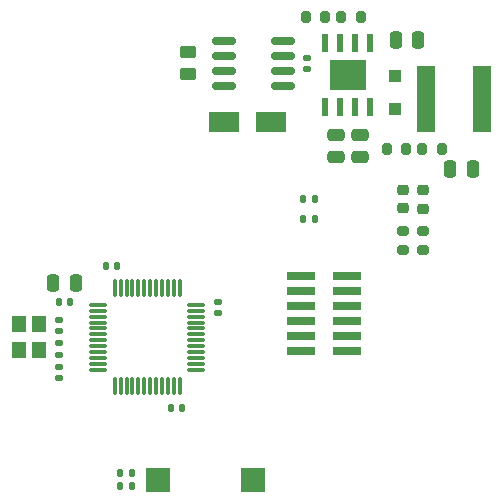
<source format=gbr>
%TF.GenerationSoftware,KiCad,Pcbnew,(6.0.2-0)*%
%TF.CreationDate,2022-05-22T12:16:40-06:00*%
%TF.ProjectId,epas-controller,65706173-2d63-46f6-9e74-726f6c6c6572,rev?*%
%TF.SameCoordinates,Original*%
%TF.FileFunction,Paste,Top*%
%TF.FilePolarity,Positive*%
%FSLAX46Y46*%
G04 Gerber Fmt 4.6, Leading zero omitted, Abs format (unit mm)*
G04 Created by KiCad (PCBNEW (6.0.2-0)) date 2022-05-22 12:16:40*
%MOMM*%
%LPD*%
G01*
G04 APERTURE LIST*
G04 Aperture macros list*
%AMRoundRect*
0 Rectangle with rounded corners*
0 $1 Rounding radius*
0 $2 $3 $4 $5 $6 $7 $8 $9 X,Y pos of 4 corners*
0 Add a 4 corners polygon primitive as box body*
4,1,4,$2,$3,$4,$5,$6,$7,$8,$9,$2,$3,0*
0 Add four circle primitives for the rounded corners*
1,1,$1+$1,$2,$3*
1,1,$1+$1,$4,$5*
1,1,$1+$1,$6,$7*
1,1,$1+$1,$8,$9*
0 Add four rect primitives between the rounded corners*
20,1,$1+$1,$2,$3,$4,$5,0*
20,1,$1+$1,$4,$5,$6,$7,0*
20,1,$1+$1,$6,$7,$8,$9,0*
20,1,$1+$1,$8,$9,$2,$3,0*%
G04 Aperture macros list end*
%ADD10RoundRect,0.140000X-0.170000X0.140000X-0.170000X-0.140000X0.170000X-0.140000X0.170000X0.140000X0*%
%ADD11RoundRect,0.075000X-0.662500X-0.075000X0.662500X-0.075000X0.662500X0.075000X-0.662500X0.075000X0*%
%ADD12RoundRect,0.075000X-0.075000X-0.662500X0.075000X-0.662500X0.075000X0.662500X-0.075000X0.662500X0*%
%ADD13R,1.200000X1.400000*%
%ADD14RoundRect,0.140000X0.170000X-0.140000X0.170000X0.140000X-0.170000X0.140000X-0.170000X-0.140000X0*%
%ADD15R,2.400000X0.740000*%
%ADD16RoundRect,0.250000X0.250000X0.475000X-0.250000X0.475000X-0.250000X-0.475000X0.250000X-0.475000X0*%
%ADD17RoundRect,0.140000X0.140000X0.170000X-0.140000X0.170000X-0.140000X-0.170000X0.140000X-0.170000X0*%
%ADD18RoundRect,0.250000X-0.250000X-0.475000X0.250000X-0.475000X0.250000X0.475000X-0.250000X0.475000X0*%
%ADD19RoundRect,0.135000X0.135000X0.185000X-0.135000X0.185000X-0.135000X-0.185000X0.135000X-0.185000X0*%
%ADD20RoundRect,0.218750X0.256250X-0.218750X0.256250X0.218750X-0.256250X0.218750X-0.256250X-0.218750X0*%
%ADD21R,1.600000X5.700000*%
%ADD22RoundRect,0.250000X0.450000X-0.262500X0.450000X0.262500X-0.450000X0.262500X-0.450000X-0.262500X0*%
%ADD23RoundRect,0.140000X-0.140000X-0.170000X0.140000X-0.170000X0.140000X0.170000X-0.140000X0.170000X0*%
%ADD24RoundRect,0.200000X-0.200000X-0.275000X0.200000X-0.275000X0.200000X0.275000X-0.200000X0.275000X0*%
%ADD25RoundRect,0.200000X-0.275000X0.200000X-0.275000X-0.200000X0.275000X-0.200000X0.275000X0.200000X0*%
%ADD26R,1.100000X1.100000*%
%ADD27R,2.000000X2.000000*%
%ADD28RoundRect,0.250000X-0.475000X0.250000X-0.475000X-0.250000X0.475000X-0.250000X0.475000X0.250000X0*%
%ADD29R,2.500000X1.800000*%
%ADD30R,0.600000X1.550000*%
%ADD31R,3.100000X2.600000*%
%ADD32RoundRect,0.150000X0.825000X0.150000X-0.825000X0.150000X-0.825000X-0.150000X0.825000X-0.150000X0*%
G04 APERTURE END LIST*
D10*
%TO.C,C11*%
X21562500Y-49345000D03*
X21562500Y-50305000D03*
%TD*%
D11*
%TO.C,U3*%
X24900000Y-44075000D03*
X24900000Y-44575000D03*
X24900000Y-45075000D03*
X24900000Y-45575000D03*
X24900000Y-46075000D03*
X24900000Y-46575000D03*
X24900000Y-47075000D03*
X24900000Y-47575000D03*
X24900000Y-48075000D03*
X24900000Y-48575000D03*
X24900000Y-49075000D03*
X24900000Y-49575000D03*
D12*
X26312500Y-50987500D03*
X26812500Y-50987500D03*
X27312500Y-50987500D03*
X27812500Y-50987500D03*
X28312500Y-50987500D03*
X28812500Y-50987500D03*
X29312500Y-50987500D03*
X29812500Y-50987500D03*
X30312500Y-50987500D03*
X30812500Y-50987500D03*
X31312500Y-50987500D03*
X31812500Y-50987500D03*
D11*
X33225000Y-49575000D03*
X33225000Y-49075000D03*
X33225000Y-48575000D03*
X33225000Y-48075000D03*
X33225000Y-47575000D03*
X33225000Y-47075000D03*
X33225000Y-46575000D03*
X33225000Y-46075000D03*
X33225000Y-45575000D03*
X33225000Y-45075000D03*
X33225000Y-44575000D03*
X33225000Y-44075000D03*
D12*
X31812500Y-42662500D03*
X31312500Y-42662500D03*
X30812500Y-42662500D03*
X30312500Y-42662500D03*
X29812500Y-42662500D03*
X29312500Y-42662500D03*
X28812500Y-42662500D03*
X28312500Y-42662500D03*
X27812500Y-42662500D03*
X27312500Y-42662500D03*
X26812500Y-42662500D03*
X26312500Y-42662500D03*
%TD*%
D13*
%TO.C,Y1*%
X18212500Y-45725000D03*
X18212500Y-47925000D03*
X19912500Y-47925000D03*
X19912500Y-45725000D03*
%TD*%
D14*
%TO.C,C12*%
X21562500Y-46305000D03*
X21562500Y-45345000D03*
%TD*%
D15*
%TO.C,J2*%
X42112500Y-41650000D03*
X46012500Y-41650000D03*
X42112500Y-42920000D03*
X46012500Y-42920000D03*
X42112500Y-44190000D03*
X46012500Y-44190000D03*
X42112500Y-45460000D03*
X46012500Y-45460000D03*
X42112500Y-46730000D03*
X46012500Y-46730000D03*
X42112500Y-48000000D03*
X46012500Y-48000000D03*
%TD*%
D10*
%TO.C,C5*%
X42550000Y-23165000D03*
X42550000Y-24125000D03*
%TD*%
D14*
%TO.C,C7*%
X35062500Y-44805000D03*
X35062500Y-43845000D03*
%TD*%
D16*
%TO.C,C4*%
X56625000Y-32600000D03*
X54725000Y-32600000D03*
%TD*%
D17*
%TO.C,C9*%
X26542500Y-40825000D03*
X25582500Y-40825000D03*
%TD*%
D18*
%TO.C,C3*%
X50100000Y-21625000D03*
X52000000Y-21625000D03*
%TD*%
D19*
%TO.C,R7*%
X27785000Y-59450000D03*
X26765000Y-59450000D03*
%TD*%
D20*
%TO.C,D4*%
X52374999Y-35925001D03*
X52374999Y-34350001D03*
%TD*%
D21*
%TO.C,L1*%
X52700000Y-26625000D03*
X57400000Y-26625000D03*
%TD*%
D22*
%TO.C,R3*%
X32500000Y-24537500D03*
X32500000Y-22712500D03*
%TD*%
D23*
%TO.C,C10*%
X21582500Y-43825000D03*
X22542500Y-43825000D03*
%TD*%
%TO.C,C8*%
X31082500Y-52825000D03*
X32042500Y-52825000D03*
%TD*%
D24*
%TO.C,R2*%
X52350000Y-30850000D03*
X54000000Y-30850000D03*
%TD*%
D25*
%TO.C,R6*%
X50725000Y-37800000D03*
X50725000Y-39450000D03*
%TD*%
D26*
%TO.C,D2*%
X50050000Y-27525000D03*
X50050000Y-24725000D03*
%TD*%
D25*
%TO.C,R8*%
X52374999Y-37812500D03*
X52374999Y-39462500D03*
%TD*%
D24*
%TO.C,R1*%
X49350000Y-30850000D03*
X51000000Y-30850000D03*
%TD*%
D27*
%TO.C,SW1*%
X30000000Y-58923500D03*
X38000000Y-58923500D03*
%TD*%
D20*
%TO.C,D3*%
X50724999Y-35912500D03*
X50724999Y-34337500D03*
%TD*%
D28*
%TO.C,C1*%
X47080000Y-29675000D03*
X47080000Y-31575000D03*
%TD*%
D10*
%TO.C,C13*%
X21562500Y-47345000D03*
X21562500Y-48305000D03*
%TD*%
D29*
%TO.C,D1*%
X39550000Y-28625000D03*
X35550000Y-28625000D03*
%TD*%
D30*
%TO.C,U1*%
X47955000Y-21925000D03*
X46685000Y-21925000D03*
X45415000Y-21925000D03*
X44145000Y-21925000D03*
X44145000Y-27325000D03*
X45415000Y-27325000D03*
X46685000Y-27325000D03*
X47955000Y-27325000D03*
D31*
X46050000Y-24625000D03*
%TD*%
D18*
%TO.C,C6*%
X21112500Y-42250000D03*
X23012500Y-42250000D03*
%TD*%
D19*
%TO.C,R10*%
X43260000Y-36845000D03*
X42240000Y-36845000D03*
%TD*%
D24*
%TO.C,R4*%
X42500000Y-19750000D03*
X44150000Y-19750000D03*
%TD*%
D19*
%TO.C,R9*%
X43260001Y-35125000D03*
X42240001Y-35125000D03*
%TD*%
D28*
%TO.C,C2*%
X45050000Y-29675000D03*
X45050000Y-31575000D03*
%TD*%
D24*
%TO.C,R5*%
X45500000Y-19750000D03*
X47150000Y-19750000D03*
%TD*%
D32*
%TO.C,U2*%
X40525000Y-25530000D03*
X40525000Y-24260000D03*
X40525000Y-22990000D03*
X40525000Y-21720000D03*
X35575000Y-21720000D03*
X35575000Y-22990000D03*
X35575000Y-24260000D03*
X35575000Y-25530000D03*
%TD*%
D23*
%TO.C,C14*%
X26795000Y-58350000D03*
X27755000Y-58350000D03*
%TD*%
M02*

</source>
